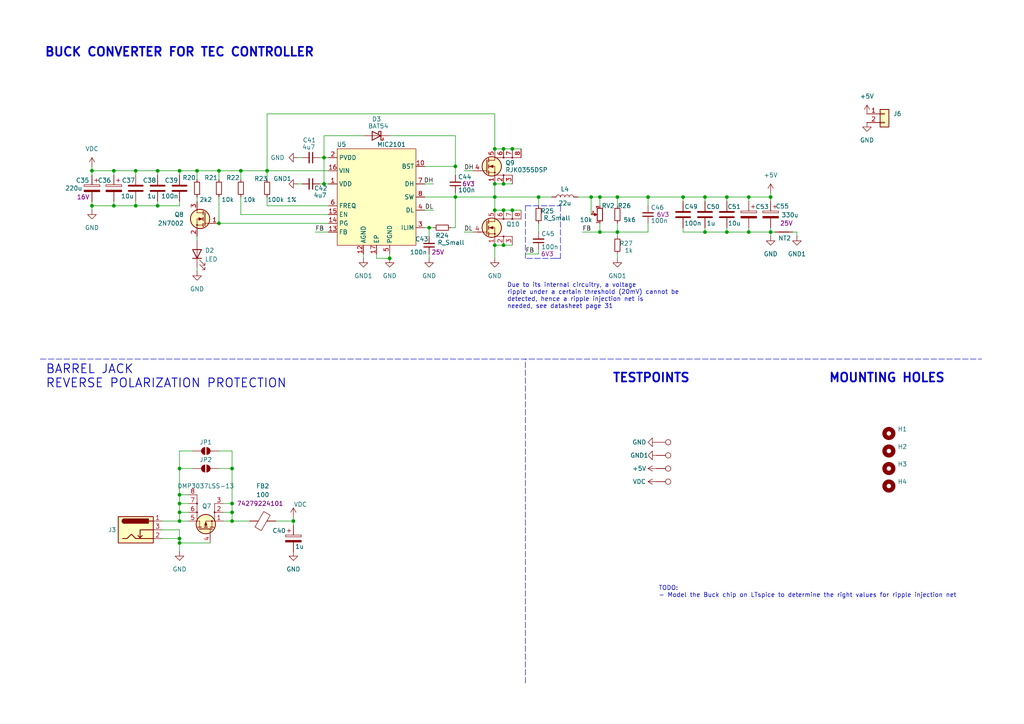
<source format=kicad_sch>
(kicad_sch (version 20241004) (generator "eeschema") (generator_version "8.99")
  (paper "A4")
  (title_block (title "Laser Diode Driver") (date "2024-03-27") (comment 1 "Mirco Tollardo"))
  (lib_symbols
    (symbol "Connector:Barrel_Jack_Switch" (pin_names (hide yes))
      (property "Reference" "J" (at 0 5.334 0))
      (property "Value" "Barrel_Jack_Switch" (at 0 -5.08 0))
      (symbol "Barrel_Jack_Switch_1_1"
        (pin passive line (at 7.62 2.54 180) (length 2.54) (name "~") (number "1"))
        (pin passive line (at 7.62 0 180) (length 2.54) (name "~") (number "3"))
        (pin passive line (at 7.62 -2.54 180) (length 2.54) (name "~") (number "2"))
      )
    )
    (symbol "Connector:TestPoint" (pin_numbers (hide yes)) (pin_names (offset 0.762) (hide yes))
      (property "Reference" "TP" (at 0 6.858 0))
      (property "Value" "TestPoint" (at 0 5.08 0))
      (symbol "TestPoint_1_1"
        (pin passive line (at 0 0 90) (length 2.54) (name "1") (number "1"))
      )
    )
    (symbol "Connector_Generic:Conn_01x02" (pin_names (offset 1.016) (hide yes))
      (property "Reference" "J" (at 0 2.54 0))
      (property "Value" "Conn_01x02" (at 0 -5.08 0))
      (symbol "Conn_01x02_1_1"
        (pin passive line (at -5.08 0 0) (length 3.81) (name "Pin_1") (number "1"))
        (pin passive line (at -5.08 -2.54 0) (length 3.81) (name "Pin_2") (number "2"))
      )
    )
    (symbol "Device:C" (pin_numbers (hide yes)) (pin_names (offset 0.254))
      (property "Reference" "C" (at 0.635 2.54 0))
      (property "Value" "C" (at 0.635 -2.54 0))
      (symbol "C_1_1"
        (pin passive line (at 0 3.81 270) (length 2.794) (name "~") (number "1"))
        (pin passive line (at 0 -3.81 90) (length 2.794) (name "~") (number "2"))
      )
    )
    (symbol "Device:C_Polarized" (pin_numbers (hide yes)) (pin_names (offset 0.254))
      (property "Reference" "C" (at 0.635 2.54 0))
      (property "Value" "C_Polarized" (at 0.635 -2.54 0))
      (symbol "C_Polarized_1_1"
        (pin passive line (at 0 3.81 270) (length 2.794) (name "~") (number "1"))
        (pin passive line (at 0 -3.81 90) (length 2.794) (name "~") (number "2"))
      )
    )
    (symbol "Device:C_Small" (pin_numbers (hide yes)) (pin_names (offset 0.254) (hide yes))
      (property "Reference" "C" (at 0.254 1.778 0))
      (property "Value" "C_Small" (at 0.254 -2.032 0))
      (symbol "C_Small_1_1"
        (pin passive line (at 0 2.54 270) (length 2.032) (name "~") (number "1"))
        (pin passive line (at 0 -2.54 90) (length 2.032) (name "~") (number "2"))
      )
    )
    (symbol "Device:D_Schottky" (pin_numbers (hide yes)) (pin_names (offset 1.016) (hide yes))
      (property "Reference" "D" (at 0 2.54 0))
      (property "Value" "D_Schottky" (at 0 -2.54 0))
      (symbol "D_Schottky_1_1"
        (pin passive line (at -3.81 0 0) (length 2.54) (name "K") (number "1"))
        (pin passive line (at 3.81 0 180) (length 2.54) (name "A") (number "2"))
      )
    )
    (symbol "Device:FerriteBead" (pin_numbers (hide yes)) (pin_names (offset 0))
      (property "Reference" "FB" (at -3.81 0.635 90))
      (property "Value" "FerriteBead" (at 3.81 0 90))
      (symbol "FerriteBead_1_1"
        (pin passive line (at 0 3.81 270) (length 2.54) (name "~") (number "1"))
        (pin passive line (at 0 -3.81 90) (length 2.54) (name "~") (number "2"))
      )
    )
    (symbol "Device:L" (pin_numbers (hide yes)) (pin_names (offset 1.016) (hide yes))
      (property "Reference" "L" (at -1.27 0 90))
      (property "Value" "L" (at 1.905 0 90))
      (symbol "L_1_1"
        (pin passive line (at 0 3.81 270) (length 1.27) (name "1") (number "1"))
        (pin passive line (at 0 -3.81 90) (length 1.27) (name "2") (number "2"))
      )
    )
    (symbol "Device:LED" (pin_numbers (hide yes)) (pin_names (offset 1.016) (hide yes))
      (property "Reference" "D" (at 0 2.54 0))
      (property "Value" "LED" (at 0 -2.54 0))
      (symbol "LED_1_1"
        (pin passive line (at -3.81 0 0) (length 2.54) (name "K") (number "1"))
        (pin passive line (at 3.81 0 180) (length 2.54) (name "A") (number "2"))
      )
    )
    (symbol "Device:NetTie_2" (pin_numbers (hide yes)) (pin_names (offset 0) (hide yes)) (in_bom no)
      (property "Reference" "NT" (at 0 1.27 0))
      (property "Value" "NetTie_2" (at 0 -1.27 0))
      (symbol "NetTie_2_1_1"
        (pin passive line (at -2.54 0 0) (length 2.54) (name "1") (number "1"))
        (pin passive line (at 2.54 0 180) (length 2.54) (name "2") (number "2"))
      )
    )
    (symbol "Device:R_Potentiometer_Small" (pin_names (offset 1.016) (hide yes))
      (property "Reference" "RV" (at -4.445 0 90))
      (property "Value" "R_Potentiometer_Small" (at -2.54 0 90))
      (symbol "R_Potentiometer_Small_1_1"
        (pin passive line (at 0 2.54 270) (length 0.635) (name "1") (number "1"))
        (pin passive line (at 0 -2.54 90) (length 0.635) (name "3") (number "3"))
        (pin passive line (at 2.54 0 180) (length 0.9906) (name "2") (number "2"))
      )
    )
    (symbol "Device:R_Small" (pin_numbers (hide yes)) (pin_names (offset 0.254) (hide yes))
      (property "Reference" "R" (at 0.762 0.508 0))
      (property "Value" "R_Small" (at 0.762 -1.016 0))
      (symbol "R_Small_1_1"
        (pin passive line (at 0 2.54 270) (length 0.762) (name "~") (number "1"))
        (pin passive line (at 0 -2.54 90) (length 0.762) (name "~") (number "2"))
      )
    )
    (symbol "Jumper:SolderJumper_2_Open" (pin_numbers (hide yes)) (pin_names (offset 0) (hide yes)) (exclude_from_sim yes) (in_bom no)
      (property "Reference" "JP" (at 0 2.032 0))
      (property "Value" "SolderJumper_2_Open" (at 0 -2.54 0))
      (symbol "SolderJumper_2_Open_1_1"
        (pin passive line (at -3.81 0 0) (length 2.54) (name "A") (number "1"))
        (pin passive line (at 3.81 0 180) (length 2.54) (name "B") (number "2"))
      )
    )
    (symbol "Mechanical:MountingHole" (pin_names (offset 1.016)) (exclude_from_sim yes) (in_bom no)
      (property "Reference" "H" (at 0 5.08 0))
      (property "Value" "MountingHole" (at 0 3.175 0))
    )
    (symbol "PCM_Transistor_MOSFET_AKL:2N7002" (pin_names (hide yes))
      (property "Reference" "Q" (at 5.08 1.27 0))
      (property "Value" "2N7002" (at 5.08 -1.27 0))
      (symbol "2N7002_1_1"
        (pin input line (at -3.81 -1.27 0) (length 2.54) (name "G") (number "1"))
        (pin passive line (at 2.54 5.08 270) (length 2.54) (name "D") (number "3"))
        (pin passive line (at 2.54 -5.08 90) (length 2.54) (name "S") (number "2"))
      )
    )
    (symbol "PCM_Transistor_MOSFET_AKL:DMP3036SSS" (pin_names (hide yes))
      (property "Reference" "Q" (at 5.08 1.27 0))
      (property "Value" "DMP3036SSS" (at 5.08 -1.27 0))
      (symbol "DMP3036SSS_1_1"
        (pin input line (at -3.81 1.27 0) (length 2.54) (name "G") (number "4"))
        (pin passive line (at 2.54 5.08 270) (length 2.54) (name "S") (number "1"))
        (pin passive line (at 2.54 -5.08 90) (length 2.54) (name "D") (number "5"))
        (pin passive line (at 5.08 5.08 270) (length 2.54) (name "S") (number "2"))
        (pin passive line (at 5.08 -5.08 90) (length 2.54) (name "D") (number "6"))
        (pin passive line (at 7.62 5.08 270) (length 2.54) (name "S") (number "3"))
        (pin passive line (at 7.62 -5.08 90) (length 2.54) (name "D") (number "7"))
        (pin passive line (at 10.16 -5.08 90) (length 2.54) (name "D") (number "8"))
      )
    )
    (symbol "PCM_Transistor_MOSFET_AKL:Q_NMOS-E_Generic_SSSGDDDD" (pin_names (hide yes))
      (property "Reference" "Q" (at 5.08 1.27 0))
      (property "Value" "Q_NMOS-E_Generic_SSSGDDDD" (at 5.08 -1.27 0))
      (symbol "Q_NMOS-E_Generic_SSSGDDDD_1_1"
        (pin input line (at -3.81 -1.27 0) (length 2.54) (name "G") (number "4"))
        (pin passive line (at 2.54 5.08 270) (length 2.54) (name "D") (number "5"))
        (pin passive line (at 2.54 -5.08 90) (length 2.54) (name "S") (number "1"))
        (pin passive line (at 5.08 5.08 270) (length 2.54) (name "D") (number "6"))
        (pin passive line (at 5.08 -5.08 90) (length 2.54) (name "S") (number "2"))
        (pin passive line (at 7.62 5.08 270) (length 2.54) (name "D") (number "7"))
        (pin passive line (at 7.62 -5.08 90) (length 2.54) (name "S") (number "3"))
        (pin passive line (at 10.16 5.08 270) (length 2.54) (name "D") (number "8"))
      )
    )
    (symbol "power:+5V" (power) (pin_numbers (hide yes)) (pin_names (offset 0) (hide yes))
      (property "Value" "+5V" (at 0 3.556 0))
      (symbol "+5V_1_1"
        (pin power_in line (at 0 0 90) (length 0) (name "~") (number "1"))
      )
    )
    (symbol "power:GND" (power) (pin_numbers (hide yes)) (pin_names (offset 0) (hide yes))
      (property "Value" "GND" (at 0 -3.81 0))
      (symbol "GND_1_1"
        (pin power_in line (at 0 0 270) (length 0) (name "~") (number "1"))
      )
    )
    (symbol "power:GND1" (power) (pin_numbers (hide yes)) (pin_names (offset 0) (hide yes))
      (property "Value" "GND1" (at 0 -3.81 0))
      (symbol "GND1_1_1"
        (pin power_in line (at 0 0 270) (length 0) (name "~") (number "1"))
      )
    )
    (symbol "power:VDC" (power) (pin_numbers (hide yes)) (pin_names (offset 0) (hide yes))
      (property "Value" "VDC" (at 0 3.556 0))
      (symbol "VDC_1_1"
        (pin power_in line (at 0 0 90) (length 0) (name "~") (number "1"))
      )
    )
    (symbol "symbols:MIC2101"
      (property "Reference" "U" (at -7.112 13.97 0))
      (property "Value" "MIC2101" (at 0.762 13.97 0))
      (symbol "MIC2101_1_1"
        (pin power_in line (at -13.97 8.89 0) (length 2.54) (name "PVDD") (number "2"))
        (pin power_in line (at -13.97 5.08 0) (length 2.54) (name "VIN") (number "16"))
        (pin power_in line (at -13.97 1.27 0) (length 2.54) (name "VDD") (number "1"))
        (pin passive line (at -13.97 -5.08 0) (length 2.54) (name "FREQ") (number "6"))
        (pin input line (at -13.97 -7.62 0) (length 2.54) (name "EN") (number "15"))
        (pin passive line (at -13.97 -10.16 0) (length 2.54) (name "PG") (number "14"))
        (pin input line (at -13.97 -12.7 0) (length 2.54) (name "FB") (number "13"))
        (pin power_in line (at -3.81 -19.05 90) (length 2.54) (name "AGND") (number "12"))
        (pin power_in line (at 0 -19.05 90) (length 2.54) (name "EP") (number "17"))
        (pin power_out line (at 3.81 -19.05 90) (length 2.54) (name "PGND") (number "5"))
        (pin no_connect line (at 6.35 -15.24 90) (length 2.54) (hide yes) (name "NC") (number "11"))
        (pin no_connect line (at 6.35 -15.24 90) (length 2.54) (hide yes) (name "NC") (number "9"))
        (pin power_in line (at 13.97 6.35 180) (length 2.54) (name "BST") (number "10"))
        (pin output line (at 13.97 1.27 180) (length 2.54) (name "DH") (number "7"))
        (pin power_out line (at 13.97 -2.54 180) (length 2.54) (name "SW") (number "8"))
        (pin output line (at 13.97 -6.35 180) (length 2.54) (name "DL") (number "4"))
        (pin passive line (at 13.97 -11.43 180) (length 2.54) (name "ILIM") (number "3"))
      )
    )
  )
  (text "TODO:\n- Model the Buck chip on LTspice to determine the right values for ripple injection net" (at 191.008 171.704 0) (effects (font (size 1.27 1.27)) (justify left)))
  (text "BARREL JACK\nREVERSE POLARIZATION PROTECTION" (at 13.208 109.22 0) (effects (font (size 2.54 2.54) (thickness 0.254) (bold yes)) (justify left)))
  (text "TESTPOINTS" (at 177.546 109.728 0) (effects (font (size 2.54 2.54) (bold yes)) (justify left)))
  (text "MOUNTING HOLES" (at 240.284 109.728 0) (effects (font (size 2.54 2.54) (bold yes)) (justify left)))
  (text "BUCK CONVERTER FOR TEC CONTROLLER" (at 52.07 15.24 0) (effects (font (size 2.54 2.54) (thickness 0.508) (bold yes))))
  (text "Due to its internal circuitry, a voltage\nripple under a certain threshold (20mV) cannot be\ndetected, hence a ripple injection net is \nneeded, see datasheet page 31" (at 147.066 85.852 0) (effects (font (size 1.27 1.27)) (justify left)))
  (junction (at 26.67 49.53))
  (junction (at 146.05 43.18))
  (junction (at 198.12 57.15))
  (junction (at 132.08 48.26))
  (junction (at 39.37 59.69))
  (junction (at 93.98 45.72))
  (junction (at 63.5 49.53))
  (junction (at 67.31 146.05))
  (junction (at 52.07 49.53))
  (junction (at 45.72 49.53))
  (junction (at 217.17 67.31))
  (junction (at 173.99 57.15))
  (junction (at 52.07 156.21))
  (junction (at 148.59 60.96))
  (junction (at 217.17 57.15))
  (junction (at 124.46 66.04))
  (junction (at 148.59 43.18))
  (junction (at 146.05 53.34))
  (junction (at 143.51 43.18))
  (junction (at 143.51 60.96))
  (junction (at 67.31 135.89))
  (junction (at 204.47 57.15))
  (junction (at 52.07 135.89))
  (junction (at 210.82 67.31))
  (junction (at 113.03 74.93))
  (junction (at 143.51 71.12))
  (junction (at 85.09 151.13))
  (junction (at 146.05 71.12))
  (junction (at 52.07 151.13))
  (junction (at 57.15 49.53))
  (junction (at 132.08 57.15))
  (junction (at 223.52 67.31))
  (junction (at 26.67 59.69))
  (junction (at 52.07 157.48))
  (junction (at 63.5 64.77))
  (junction (at 179.07 57.15))
  (junction (at 179.07 67.31))
  (junction (at 67.31 148.59))
  (junction (at 77.47 49.53))
  (junction (at 69.85 49.53))
  (junction (at 143.51 57.15))
  (junction (at 146.05 60.96))
  (junction (at 52.07 143.51))
  (junction (at 210.82 57.15))
  (junction (at 143.51 53.34))
  (junction (at 52.07 146.05))
  (junction (at 204.47 67.31))
  (junction (at 187.96 57.15))
  (junction (at 223.52 57.15))
  (junction (at 33.02 49.53))
  (junction (at 93.98 53.34))
  (junction (at 67.31 151.13))
  (junction (at 156.21 57.15))
  (junction (at 33.02 59.69))
  (junction (at 171.45 57.15))
  (junction (at 45.72 59.69))
  (junction (at 173.99 67.31))
  (junction (at 52.07 148.59))
  (junction (at 39.37 49.53))
  (wire (pts (xy 143.51 53.34) (xy 146.05 53.34)))
  (wire (pts (xy 52.07 59.69) (xy 52.07 58.42)))
  (wire (pts (xy 45.72 58.42) (xy 45.72 59.69)))
  (wire (pts (xy 55.88 130.81) (xy 52.07 130.81)))
  (wire (pts (xy 57.15 69.85) (xy 57.15 68.58)))
  (wire (pts (xy 63.5 57.15) (xy 63.5 64.77)))
  (wire (pts (xy 204.47 66.04) (xy 204.47 67.31)))
  (wire (pts (xy 69.85 57.15) (xy 69.85 62.23)))
  (wire (pts (xy 146.05 60.96) (xy 148.59 60.96)))
  (wire (pts (xy 132.08 66.04) (xy 132.08 57.15)))
  (wire (pts (xy 156.21 57.15) (xy 156.21 59.69)))
  (wire (pts (xy 63.5 49.53) (xy 63.5 52.07)))
  (wire (pts (xy 137.16 67.31) (xy 134.62 67.31)))
  (wire (pts (xy 198.12 57.15) (xy 198.12 58.42)))
  (wire (pts (xy 179.07 73.66) (xy 179.07 74.93)))
  (wire (pts (xy 231.14 68.58) (xy 231.14 67.31)))
  (wire (pts (xy 57.15 57.15) (xy 57.15 58.42)))
  (wire (pts (xy 123.19 60.96) (xy 125.73 60.96)))
  (wire (pts (xy 52.07 49.53) (xy 57.15 49.53)))
  (wire (pts (xy 67.31 146.05) (xy 67.31 148.59)))
  (wire (pts (xy 45.72 59.69) (xy 52.07 59.69)))
  (wire (pts (xy 52.07 135.89) (xy 55.88 135.89)))
  (wire (pts (xy 46.99 156.21) (xy 52.07 156.21)))
  (wire (pts (xy 45.72 49.53) (xy 45.72 50.8)))
  (wire (pts (xy 187.96 64.77) (xy 187.96 67.31)))
  (wire (pts (xy 26.67 58.42) (xy 26.67 59.69)))
  (wire (pts (xy 57.15 49.53) (xy 63.5 49.53)))
  (wire (pts (xy 52.07 135.89) (xy 52.07 143.51)))
  (wire (pts (xy 67.31 151.13) (xy 72.39 151.13)))
  (wire (pts (xy 46.99 153.67) (xy 52.07 153.67)))
  (wire (pts (xy 171.45 57.15) (xy 173.99 57.15)))
  (wire (pts (xy 52.07 157.48) (xy 60.96 157.48)))
  (wire (pts (xy 156.21 73.66) (xy 156.21 72.39)))
  (wire (pts (xy 173.99 57.15) (xy 179.07 57.15)))
  (wire (pts (xy 39.37 58.42) (xy 39.37 59.69)))
  (wire (pts (xy 26.67 49.53) (xy 26.67 50.8)))
  (wire (pts (xy 132.08 57.15) (xy 143.51 57.15)))
  (wire (pts (xy 92.71 45.72) (xy 93.98 45.72)))
  (wire (pts (xy 85.09 151.13) (xy 85.09 152.4)))
  (wire (pts (xy 143.51 57.15) (xy 156.21 57.15)))
  (wire (pts (xy 105.41 74.93) (xy 105.41 73.66)))
  (wire (pts (xy 26.67 60.96) (xy 26.67 59.69)))
  (wire (pts (xy 143.51 43.18) (xy 146.05 43.18)))
  (polyline (pts (xy 152.4 59.69) (xy 162.56 59.69)) (stroke (width 0) (type dash)))
  (wire (pts (xy 52.07 146.05) (xy 54.61 146.05)))
  (wire (pts (xy 217.17 57.15) (xy 223.52 57.15)))
  (wire (pts (xy 33.02 49.53) (xy 33.02 50.8)))
  (wire (pts (xy 137.16 49.53) (xy 134.62 49.53)))
  (wire (pts (xy 173.99 57.15) (xy 173.99 59.69)))
  (wire (pts (xy 179.07 57.15) (xy 187.96 57.15)))
  (wire (pts (xy 77.47 33.02) (xy 77.47 49.53)))
  (wire (pts (xy 198.12 66.04) (xy 198.12 67.31)))
  (polyline (pts (xy 161.29 74.93) (xy 152.4 74.93)) (stroke (width 0) (type dash)))
  (wire (pts (xy 26.67 59.69) (xy 33.02 59.69)))
  (wire (pts (xy 123.19 57.15) (xy 132.08 57.15)))
  (wire (pts (xy 171.45 62.23) (xy 171.45 57.15)))
  (wire (pts (xy 143.51 57.15) (xy 143.51 60.96)))
  (wire (pts (xy 77.47 33.02) (xy 143.51 33.02)))
  (wire (pts (xy 46.99 151.13) (xy 52.07 151.13)))
  (wire (pts (xy 52.07 146.05) (xy 52.07 148.59)))
  (wire (pts (xy 93.98 53.34) (xy 95.25 53.34)))
  (wire (pts (xy 86.36 53.34) (xy 87.63 53.34)))
  (wire (pts (xy 92.71 53.34) (xy 93.98 53.34)))
  (wire (pts (xy 93.98 39.37) (xy 93.98 45.72)))
  (wire (pts (xy 93.98 45.72) (xy 93.98 53.34)))
  (wire (pts (xy 210.82 57.15) (xy 210.82 58.42)))
  (wire (pts (xy 210.82 67.31) (xy 204.47 67.31)))
  (wire (pts (xy 187.96 57.15) (xy 198.12 57.15)))
  (polyline (pts (xy 152.4 74.93) (xy 152.4 59.69)) (stroke (width 0) (type dash)))
  (wire (pts (xy 146.05 71.12) (xy 148.59 71.12)))
  (wire (pts (xy 148.59 60.96) (xy 151.13 60.96)))
  (wire (pts (xy 132.08 39.37) (xy 132.08 48.26)))
  (wire (pts (xy 124.46 74.93) (xy 124.46 73.66)))
  (wire (pts (xy 179.07 64.77) (xy 179.07 67.31)))
  (wire (pts (xy 67.31 148.59) (xy 67.31 151.13)))
  (wire (pts (xy 143.51 33.02) (xy 143.51 43.18)))
  (wire (pts (xy 223.52 55.88) (xy 223.52 57.15)))
  (wire (pts (xy 123.19 48.26) (xy 132.08 48.26)))
  (wire (pts (xy 77.47 49.53) (xy 77.47 52.07)))
  (wire (pts (xy 39.37 49.53) (xy 39.37 50.8)))
  (wire (pts (xy 57.15 77.47) (xy 57.15 78.74)))
  (wire (pts (xy 39.37 49.53) (xy 45.72 49.53)))
  (polyline (pts (xy 11.684 104.14) (xy 284.734 104.14)) (stroke (width 0) (type dash)))
  (wire (pts (xy 80.01 151.13) (xy 85.09 151.13)))
  (wire (pts (xy 130.81 66.04) (xy 132.08 66.04)))
  (wire (pts (xy 156.21 64.77) (xy 156.21 67.31)))
  (polyline (pts (xy 161.29 74.93) (xy 162.56 74.93)) (stroke (width 0) (type dash)))
  (wire (pts (xy 85.09 149.86) (xy 85.09 151.13)))
  (wire (pts (xy 143.51 71.12) (xy 146.05 71.12)))
  (wire (pts (xy 113.03 39.37) (xy 132.08 39.37)))
  (wire (pts (xy 63.5 49.53) (xy 69.85 49.53)))
  (wire (pts (xy 168.91 67.31) (xy 173.99 67.31)))
  (wire (pts (xy 33.02 59.69) (xy 39.37 59.69)))
  (wire (pts (xy 123.19 66.04) (xy 124.46 66.04)))
  (wire (pts (xy 187.96 59.69) (xy 187.96 57.15)))
  (wire (pts (xy 26.67 48.26) (xy 26.67 49.53)))
  (wire (pts (xy 64.77 151.13) (xy 67.31 151.13)))
  (wire (pts (xy 63.5 130.81) (xy 67.31 130.81)))
  (wire (pts (xy 52.07 143.51) (xy 52.07 146.05)))
  (wire (pts (xy 52.07 143.51) (xy 54.61 143.51)))
  (wire (pts (xy 63.5 64.77) (xy 95.25 64.77)))
  (wire (pts (xy 33.02 58.42) (xy 33.02 59.69)))
  (wire (pts (xy 223.52 58.42) (xy 223.52 57.15)))
  (wire (pts (xy 217.17 66.04) (xy 217.17 67.31)))
  (wire (pts (xy 52.07 130.81) (xy 52.07 135.89)))
  (wire (pts (xy 210.82 66.04) (xy 210.82 67.31)))
  (wire (pts (xy 109.22 74.93) (xy 109.22 73.66)))
  (wire (pts (xy 113.03 74.93) (xy 109.22 74.93)))
  (wire (pts (xy 198.12 57.15) (xy 204.47 57.15)))
  (wire (pts (xy 39.37 59.69) (xy 45.72 59.69)))
  (wire (pts (xy 77.47 59.69) (xy 77.47 57.15)))
  (wire (pts (xy 52.07 156.21) (xy 52.07 157.48)))
  (wire (pts (xy 77.47 59.69) (xy 95.25 59.69)))
  (wire (pts (xy 124.46 66.04) (xy 124.46 68.58)))
  (wire (pts (xy 123.19 53.34) (xy 125.73 53.34)))
  (wire (pts (xy 52.07 49.53) (xy 52.07 50.8)))
  (polyline (pts (xy 162.56 59.69) (xy 162.56 74.93)) (stroke (width 0) (type dash)))
  (wire (pts (xy 45.72 49.53) (xy 52.07 49.53)))
  (wire (pts (xy 204.47 57.15) (xy 204.47 58.42)))
  (wire (pts (xy 223.52 67.31) (xy 223.52 68.58)))
  (wire (pts (xy 223.52 66.04) (xy 223.52 67.31)))
  (wire (pts (xy 33.02 49.53) (xy 39.37 49.53)))
  (wire (pts (xy 52.07 148.59) (xy 54.61 148.59)))
  (wire (pts (xy 217.17 67.31) (xy 223.52 67.31)))
  (wire (pts (xy 105.41 39.37) (xy 93.98 39.37)))
  (wire (pts (xy 86.36 45.72) (xy 87.63 45.72)))
  (wire (pts (xy 143.51 53.34) (xy 143.51 57.15)))
  (wire (pts (xy 146.05 53.34) (xy 148.59 53.34)))
  (wire (pts (xy 64.77 148.59) (xy 67.31 148.59)))
  (wire (pts (xy 26.67 49.53) (xy 33.02 49.53)))
  (wire (pts (xy 179.07 57.15) (xy 179.07 59.69)))
  (wire (pts (xy 124.46 66.04) (xy 125.73 66.04)))
  (wire (pts (xy 69.85 49.53) (xy 77.47 49.53)))
  (wire (pts (xy 204.47 57.15) (xy 210.82 57.15)))
  (wire (pts (xy 64.77 146.05) (xy 67.31 146.05)))
  (wire (pts (xy 143.51 60.96) (xy 146.05 60.96)))
  (wire (pts (xy 77.47 49.53) (xy 95.25 49.53)))
  (wire (pts (xy 52.07 153.67) (xy 52.07 156.21)))
  (wire (pts (xy 173.99 64.77) (xy 173.99 67.31)))
  (polyline (pts (xy 152.4 198.12) (xy 152.4 104.14)) (stroke (width 0) (type dash)))
  (wire (pts (xy 67.31 135.89) (xy 67.31 146.05)))
  (wire (pts (xy 156.21 57.15) (xy 160.02 57.15)))
  (wire (pts (xy 52.07 148.59) (xy 52.07 151.13)))
  (wire (pts (xy 217.17 67.31) (xy 210.82 67.31)))
  (wire (pts (xy 67.31 130.81) (xy 67.31 135.89)))
  (wire (pts (xy 52.07 151.13) (xy 54.61 151.13)))
  (wire (pts (xy 231.14 67.31) (xy 229.87 67.31)))
  (wire (pts (xy 223.52 67.31) (xy 224.79 67.31)))
  (wire (pts (xy 132.08 50.8) (xy 132.08 48.26)))
  (wire (pts (xy 217.17 57.15) (xy 217.17 58.42)))
  (wire (pts (xy 69.85 62.23) (xy 95.25 62.23)))
  (wire (pts (xy 91.44 67.31) (xy 95.25 67.31)))
  (wire (pts (xy 57.15 49.53) (xy 57.15 52.07)))
  (wire (pts (xy 95.25 45.72) (xy 93.98 45.72)))
  (wire (pts (xy 146.05 43.18) (xy 148.59 43.18)))
  (wire (pts (xy 52.07 157.48) (xy 52.07 160.02)))
  (wire (pts (xy 187.96 67.31) (xy 179.07 67.31)))
  (wire (pts (xy 63.5 135.89) (xy 67.31 135.89)))
  (wire (pts (xy 204.47 67.31) (xy 198.12 67.31)))
  (wire (pts (xy 179.07 67.31) (xy 179.07 68.58)))
  (wire (pts (xy 132.08 55.88) (xy 132.08 57.15)))
  (wire (pts (xy 148.59 43.18) (xy 151.13 43.18)))
  (wire (pts (xy 69.85 49.53) (xy 69.85 52.07)))
  (wire (pts (xy 152.4 73.66) (xy 156.21 73.66)))
  (wire (pts (xy 113.03 74.93) (xy 113.03 73.66)))
  (wire (pts (xy 210.82 57.15) (xy 217.17 57.15)))
  (wire (pts (xy 143.51 71.12) (xy 143.51 74.93)))
  (wire (pts (xy 167.64 57.15) (xy 171.45 57.15)))
  (wire (pts (xy 173.99 67.31) (xy 179.07 67.31)))
  (label "FB" (at 152.4 73.66 0))
  (label "DL" (at 125.73 60.96 180))
  (label "DH" (at 134.62 49.53 0))
  (label "DH" (at 125.73 53.34 180))
  (label "DL" (at 134.62 67.31 0))
  (label "FB" (at 168.91 67.31 0))
  (label "FB" (at 91.44 67.31 0))
  (symbol (lib_id "Device:C_Small") (at 132.08 53.34 180) (unit 1)
    (property "Reference" "C44" (at 132.842 51.308 0) (effects (justify right)))
    (property "Value" "100n" (at 132.842 55.118 0) (effects (justify right)))
    (property "Footprint" "Capacitor_SMD:C_0603_1608Metric" (effects (hide yes)))
    (property "Description" "Unpolarized capacitor, small symbol" (effects (hide yes)))
    (property "Voltage Rating" "6V3" (at 135.89 53.34 0))
    (property "PN" " CL10B104KB8NNND " (effects (hide yes)))
    (property "Store Link" "https://www.mouser.it/ProductDetail/Samsung-Electro-Mechanics/CL10B104KB8NNND?qs=349EhDEZ59pgcFJT%2FYAROA%3D%3D" (effects (hide yes)))
  )
  (symbol (lib_id "Device:C") (at 198.12 62.23 0) (mirror y) (unit 1)
    (property "Reference" "C49" (at 202.438 59.944 0) (effects (justify left)))
    (property "Value" "100n" (at 203.454 64.77 0) (effects (justify left)))
    (property "Footprint" "Capacitor_SMD:C_0805_2012Metric" (effects (hide yes)))
    (property "Description" "Unpolarized capacitor" (effects (hide yes)))
    (property "Voltage Rating" "25V" (effects (hide yes)))
    (property "Store Link" "https://www.mouser.it/ProductDetail/Samsung-Electro-Mechanics/CL21F104ZBANNNC?qs=X6jEic%2FHinD8qPH2gRTTkg%3D%3D" (effects (hide yes)))
    (property "PN" "CL21F104ZBANNNC " (effects (hide yes)))
  )
  (symbol (lib_id "power:VDC") (at 190.5 139.7 90) (unit 1)
    (property "Reference" "#PWR057" (effects (hide yes)))
    (property "Value" "VDC" (at 185.42 139.7 90))
    (property "Description" "Power symbol creates a global label with name \"VDC\"" (effects (hide yes)))
  )
  (symbol (lib_id "power:GND1") (at 86.36 53.34 270) (unit 1)
    (property "Reference" "#PWR051" (effects (hide yes)))
    (property "Value" "GND1" (at 84.582 51.816 90) (effects (justify right)))
    (property "Description" "Power symbol creates a global label with name \"GND1\" , ground" (effects (hide yes)))
  )
  (symbol (lib_id "power:GND1") (at 190.5 132.08 270) (unit 1)
    (property "Reference" "#PWR055" (effects (hide yes)))
    (property "Value" "GND1" (at 185.42 132.08 90))
    (property "Description" "Power symbol creates a global label with name \"GND1\" , ground" (effects (hide yes)))
  )
  (symbol (lib_id "Device:C") (at 39.37 54.61 0) (unit 1)
    (property "Reference" "C37" (at 35.306 52.324 0) (effects (justify left)))
    (property "Value" "10u" (at 35.052 56.896 0) (effects (justify left)))
    (property "Footprint" "Capacitor_SMD:C_0805_2012Metric" (effects (hide yes)))
    (property "Description" "Unpolarized capacitor" (effects (hide yes)))
    (property "Voltage Rating" "25V" (effects (hide yes)))
    (property "PN" " TMK212BBJ106MG-T " (effects (hide yes)))
    (property "Store Link" "https://www.mouser.it/ProductDetail/TAIYO-YUDEN/TMK212BBJ106MG-T?qs=lkMpTOwszhd%2F%252Bg1AlFV9dw%3D%3D" (effects (hide yes)))
  )
  (symbol (lib_id "PCM_Transistor_MOSFET_AKL:Q_NMOS-E_Generic_SSSGDDDD") (at 140.97 48.26 0) (unit 1)
    (property "Reference" "Q9" (at 146.558 47.244 0) (effects (justify left)))
    (property "Value" "RJK0355DSP" (at 146.558 49.276 0) (effects (justify left)))
    (property "Footprint" "Package_SO:SOP-8_3.9x4.9mm_P1.27mm" (effects (hide yes)))
    (property "Datasheet" "https://www.mouser.it/datasheet/2/698/REN_rej03g1650_rjk0355dspds_DST_20080424-3247231.pdf" (effects (hide yes)))
    (property "Description" "N-MOSFET enchancement mode transistor, generic symbol, Alternate KiCAD Library" (effects (hide yes)))
    (property "Store Link" "https://www.mouser.it/ProductDetail/Renesas-Electronics/RJK0355DSP-00J0?qs=ZVKuL1Ob8AsOeHAZ3bvOkA%3D%3D" (effects (hide yes)))
    (property "PN" "RJK0355DSP" (effects (hide yes)))
  )
  (symbol (lib_id "Mechanical:MountingHole") (at 257.81 130.81 0) (unit 1) (in_bom no)
    (property "Reference" "H2" (at 260.35 129.5399 0) (effects (justify left)))
    (property "Value" "MountingHole" (effects (hide yes)))
    (property "Footprint" "MountingHole:MountingHole_3.2mm_M3_ISO7380" (effects (hide yes)))
    (property "Description" "Mounting Hole without connection" (effects (hide yes)))
  )
  (symbol (lib_id "Device:C") (at 45.72 54.61 0) (unit 1)
    (property "Reference" "C38" (at 41.402 52.324 0) (effects (justify left)))
    (property "Value" "1u" (at 42.672 56.896 0) (effects (justify left)))
    (property "Footprint" "Capacitor_SMD:C_0805_2012Metric" (effects (hide yes)))
    (property "Description" "Unpolarized capacitor" (effects (hide yes)))
    (property "Voltage Rating" "25V" (effects (hide yes)))
    (property "Store Link" "https://www.mouser.it/ProductDetail/Wurth-Elektronik/885012207078?qs=0KOYDY2FL2%252BPiA0twQIXxQ%3D%3D" (effects (hide yes)))
    (property "PN" "885012207078 " (effects (hide yes)))
  )
  (symbol (lib_id "Device:C_Polarized") (at 217.17 62.23 0) (mirror y) (unit 1)
    (property "Reference" "C53" (at 223.012 59.944 0) (effects (justify left)))
    (property "Value" "330u" (effects (hide yes)))
    (property "Footprint" "Capacitor_SMD:CP_Elec_8x10.5" (effects (hide yes)))
    (property "Description" "Polarized capacitor" (effects (hide yes)))
    (property "Voltage Rating" "25V" (effects (hide yes)))
    (property "Store Link" "https://www.mouser.it/ProductDetail/KEMET/EEV337M025S9MAA?qs=E9QF1UCAUX7qXVZn7Vw13Q%3D%3D" (effects (hide yes)))
    (property "PN" "EEV337M025S9MAA" (effects (hide yes)))
  )
  (symbol (lib_id "Device:R_Small") (at 179.07 71.12 0) (mirror x) (unit 1)
    (property "Reference" "R27" (at 181.61 70.612 0))
    (property "Value" "1k" (at 182.372 72.644 0))
    (property "Footprint" "Resistor_SMD:R_0603_1608Metric" (effects (hide yes)))
    (property "Description" "Resistor, small symbol" (effects (hide yes)))
    (property "PN" " RC0603FR-7W1KL " (effects (hide yes)))
    (property "Store Link" "https://www.mouser.it/ProductDetail/YAGEO/RC0603FR-7W1KL?qs=tggtontpCXMvQ%2FyOJmz2GQ%3D%3D" (effects (hide yes)))
  )
  (symbol (lib_id "power:GND") (at 85.09 160.02 0) (unit 1)
    (property "Reference" "#PWR049" (effects (hide yes)))
    (property "Value" "GND" (at 85.09 165.1 0))
    (property "Description" "Power symbol creates a global label with name \"GND\" , ground" (effects (hide yes)))
  )
  (symbol (lib_id "Device:C_Polarized") (at 223.52 62.23 0) (mirror y) (unit 1)
    (property "Reference" "C55" (at 228.854 59.8169 0) (effects (justify left)))
    (property "Value" "330u" (at 231.648 62.3569 0) (effects (justify left)))
    (property "Footprint" "Capacitor_SMD:CP_Elec_8x10.5" (effects (hide yes)))
    (property "Description" "Polarized capacitor" (effects (hide yes)))
    (property "Voltage Rating" "25V" (at 228.092 64.77 0))
    (property "PN" "EEV337M025S9MAA" (effects (hide yes)))
    (property "Store Link" "https://www.mouser.it/ProductDetail/KEMET/EEV337M025S9MAA?qs=E9QF1UCAUX7qXVZn7Vw13Q%3D%3D" (effects (hide yes)))
  )
  (symbol (lib_id "Connector:TestPoint") (at 190.5 132.08 270) (unit 1) (in_bom no)
    (property "Reference" "TP13" (effects (hide yes)))
    (property "Value" "TestPoint" (effects (hide yes)))
    (property "Footprint" "TestPoint:TestPoint_Pad_1.0x1.0mm" (effects (hide yes)))
    (property "Description" "test point" (effects (hide yes)))
  )
  (symbol (lib_id "Connector_Generic:Conn_01x02") (at 256.54 33.02 0) (unit 1) (in_bom no)
    (property "Reference" "J6" (at 259.08 33.0199 0) (effects (justify left)))
    (property "Value" "5V EXT" (effects (hide yes)))
    (property "Footprint" "Connector_JST:JST_XH_B2B-XH-AM_1x02_P2.50mm_Vertical" (effects (hide yes)))
    (property "Description" "Generic connector, single row, 01x02, script generated (kicad-library-utils/schlib/autogen/connector/)" (effects (hide yes)))
  )
  (symbol (lib_id "Device:C_Polarized") (at 33.02 54.61 0) (mirror y) (unit 1)
    (property "Reference" "C36" (at 32.258 52.324 0) (effects (justify left)))
    (property "Value" "220u" (effects (hide yes)))
    (property "Footprint" "Capacitor_SMD:CP_Elec_8x10.5" (effects (hide yes)))
    (property "Description" "Polarized capacitor" (effects (hide yes)))
    (property "Voltage Rating" "16V" (effects (hide yes)))
    (property "PN" "EDK227M025A9MAA" (effects (hide yes)))
    (property "Store Link" "https://www.mouser.it/ProductDetail/KEMET/EDK227M025A9MAA?qs=yID0DEbBT%252Bm%2F7VW9YTJGzQ%3D%3D" (effects (hide yes)))
  )
  (symbol (lib_id "Device:C_Small") (at 90.17 45.72 270) (unit 1)
    (property "Reference" "C41" (at 91.694 40.64 90) (effects (justify right)))
    (property "Value" "4u7" (at 91.44 42.672 90) (effects (justify right)))
    (property "Footprint" "Capacitor_SMD:C_0603_1608Metric" (effects (hide yes)))
    (property "Description" "Unpolarized capacitor, small symbol" (effects (hide yes)))
    (property "Voltage Rating" "16V" (effects (hide yes)))
    (property "PN" " C1608X5R1E475K080AC " (effects (hide yes)))
    (property "Store Link" "https://www.mouser.it/ProductDetail/TDK/C1608X5R1E475K080AC?qs=dfay7wIA1uHUGZGvnFtOyQ%3D%3D" (effects (hide yes)))
  )
  (symbol (lib_id "power:GND") (at 57.15 78.74 0) (unit 1)
    (property "Reference" "#PWR047" (effects (hide yes)))
    (property "Value" "GND" (at 57.15 83.82 0))
    (property "Description" "Power symbol creates a global label with name \"GND\" , ground" (effects (hide yes)))
  )
  (symbol (lib_id "Device:R_Small") (at 156.21 62.23 0) (mirror x) (unit 1) (in_bom no)
    (property "Reference" "R25" (at 158.75 61.214 0))
    (property "Value" "R_Small" (at 161.544 63.246 0))
    (property "Footprint" "Resistor_SMD:R_0603_1608Metric" (effects (hide yes)))
    (property "Description" "Resistor, small symbol" (effects (hide yes)))
  )
  (symbol (lib_id "power:GND") (at 190.5 128.27 270) (unit 1)
    (property "Reference" "#PWR054" (effects (hide yes)))
    (property "Value" "GND" (at 185.42 128.27 90))
    (property "Description" "Power symbol creates a global label with name \"GND\" , ground" (effects (hide yes)))
  )
  (symbol (lib_id "power:GND") (at 52.07 160.02 0) (unit 1)
    (property "Reference" "#PWR046" (effects (hide yes)))
    (property "Value" "GND" (at 52.07 165.1 0))
    (property "Description" "Power symbol creates a global label with name \"GND\" , ground" (effects (hide yes)))
  )
  (symbol (lib_id "power:+5V") (at 223.52 55.88 0) (unit 1)
    (property "Reference" "#PWR063" (effects (hide yes)))
    (property "Value" "+5V" (at 223.52 50.8 0))
    (property "Description" "Power symbol creates a global label with name \"+5V\"" (effects (hide yes)))
  )
  (symbol (lib_id "power:VDC") (at 85.09 149.86 0) (unit 1)
    (property "Reference" "#PWR048" (effects (hide yes)))
    (property "Value" "VDC" (at 87.122 146.304 0))
    (property "Description" "Power symbol creates a global label with name \"VDC\"" (effects (hide yes)))
  )
  (symbol (lib_id "Device:FerriteBead") (at 76.2 151.13 90) (unit 1)
    (property "Reference" "FB2" (at 76.2 140.97 90))
    (property "Value" "100" (at 76.2 143.51 90))
    (property "Footprint" "Capacitor_SMD:C_2220_5750Metric_Pad1.97x5.40mm_HandSolder" (effects (hide yes)))
    (property "Datasheet" "https://www.we-online.com/components/products/datasheet/74279224101.pdf" (effects (hide yes)))
    (property "Description" "Ferrite bead" (effects (hide yes)))
    (property "Store Link" "https://www.mouser.it/ProductDetail/Wurth-Elektronik/74279224101?qs=cFlH0mFHHFrPtK2wps7Xlw%3D%3D" (effects (hide yes)))
    (property "PN" "74279224101" (at 75.438 146.05 90))
  )
  (symbol (lib_id "power:+5V") (at 251.46 33.02 0) (unit 1)
    (property "Reference" "#PWR03" (effects (hide yes)))
    (property "Value" "+5V" (at 251.46 27.94 0))
    (property "Description" "Power symbol creates a global label with name \"+5V\"" (effects (hide yes)))
  )
  (symbol (lib_id "power:+5V") (at 190.5 135.89 90) (unit 1)
    (property "Reference" "#PWR056" (effects (hide yes)))
    (property "Value" "+5V" (at 185.42 135.89 90))
    (property "Description" "Power symbol creates a global label with name \"+5V\"" (effects (hide yes)))
  )
  (symbol (lib_id "PCM_Transistor_MOSFET_AKL:DMP3036SSS") (at 59.69 153.67 270) (mirror x) (unit 1)
    (property "Reference" "Q7" (at 59.944 146.812 90))
    (property "Value" "DMP3037LSS-13" (at 59.69 140.97 90))
    (property "Footprint" "Package_SO:SOIC-8_3.9x4.9mm_P1.27mm" (effects (hide yes)))
    (property "Datasheet" "https://www.diodes.com/assets/Datasheets/DMP3037LSS.pdf" (effects (hide yes)))
    (property "Store Link" "https://www.mouser.it/ProductDetail/Diodes-Incorporated/DMP3037LSS-13?qs=JtunSoW0QGEl0REDm0pCHA%3D%3D" (effects (hide yes)))
    (property "PN" "DMP3037LSS-13" (effects (hide yes)))
  )
  (symbol (lib_id "Device:C") (at 52.07 54.61 0) (unit 1)
    (property "Reference" "C39" (at 47.752 52.324 0) (effects (justify left)))
    (property "Value" "100n" (at 46.736 56.896 0) (effects (justify left)))
    (property "Footprint" "Capacitor_SMD:C_0805_2012Metric" (effects (hide yes)))
    (property "Description" "Unpolarized capacitor" (effects (hide yes)))
    (property "Voltage Rating" "25V" (effects (hide yes)))
    (property "Store Link" "https://www.mouser.it/ProductDetail/Samsung-Electro-Mechanics/CL21F104ZBANNNC?qs=X6jEic%2FHinD8qPH2gRTTkg%3D%3D" (effects (hide yes)))
    (property "PN" "CL21F104ZBANNNC " (effects (hide yes)))
  )
  (symbol (lib_id "power:GND") (at 124.46 74.93 0) (unit 1)
    (property "Reference" "#PWR058" (effects (hide yes)))
    (property "Value" "GND" (at 124.46 80.01 0))
    (property "Description" "Power symbol creates a global label with name \"GND\" , ground" (effects (hide yes)))
  )
  (symbol (lib_id "power:GND") (at 223.52 68.58 0) (unit 1)
    (property "Reference" "#PWR064" (effects (hide yes)))
    (property "Value" "GND" (at 223.52 73.66 0))
    (property "Description" "Power symbol creates a global label with name \"GND\" , ground" (effects (hide yes)))
  )
  (symbol (lib_id "Device:C_Polarized") (at 85.09 156.21 0) (unit 1)
    (property "Reference" "C40" (at 78.994 153.924 0) (effects (justify left)))
    (property "Value" "1u" (at 85.598 158.496 0) (effects (justify left)))
    (property "Footprint" "Capacitor_SMD:CP_Elec_4x5.4" (effects (hide yes)))
    (property "Description" "Polarized capacitor" (effects (hide yes)))
    (property "PN" "EDH105M050A9BAA" (effects (hide yes)))
    (property "Voltage Rating" "6V3" (effects (hide yes)))
    (property "Store Link" "https://www.mouser.it/ProductDetail/KEMET/EDH105M050A9BAA?qs=E9QF1UCAUX56DBSFGzxVeg%3D%3D" (effects (hide yes)))
  )
  (symbol (lib_id "Mechanical:MountingHole") (at 257.81 125.73 0) (unit 1) (in_bom no)
    (property "Reference" "H1" (at 260.35 124.4599 0) (effects (justify left)))
    (property "Value" "MountingHole" (effects (hide yes)))
    (property "Footprint" "MountingHole:MountingHole_3.2mm_M3_ISO7380" (effects (hide yes)))
    (property "Description" "Mounting Hole without connection" (effects (hide yes)))
  )
  (symbol (lib_id "Connector:TestPoint") (at 190.5 135.89 270) (unit 1) (in_bom no)
    (property "Reference" "TP14" (effects (hide yes)))
    (property "Value" "TestPoint" (effects (hide yes)))
    (property "Footprint" "TestPoint:TestPoint_Pad_D1.5mm" (effects (hide yes)))
    (property "Description" "test point" (effects (hide yes)))
  )
  (symbol (lib_id "Connector:Barrel_Jack_Switch") (at 39.37 153.67 0) (unit 1)
    (property "Reference" "J3" (at 32.512 153.67 0))
    (property "Value" "Barrel_Jack_Switch" (effects (hide yes)))
    (property "Footprint" "Connector_BarrelJack:BarrelJack_Wuerth_6941xx301002" (effects (hide yes)))
    (property "Description" "DC Barrel Jack with an internal switch" (effects (hide yes)))
  )
  (symbol (lib_id "Device:R_Potentiometer_Small") (at 173.99 62.23 180) (unit 1)
    (property "Reference" "RV2" (at 174.498 59.69 0) (effects (justify right)))
    (property "Value" "10k" (at 168.148 63.754 0) (effects (justify right)))
    (property "Footprint" "PCM_Potentiometer_SMD_AKL:Potentiometer_Bourns_3224X_Vertical" (effects (hide yes)))
    (property "Description" "Potentiometer" (effects (hide yes)))
    (property "Store Link" "https://www.mouser.it/ProductDetail/Bourns/3224X-1-103E?qs=r%252B5EJQndA0rIAjwsj55AfA%3D%3D" (effects (hide yes)))
    (property "PN" " 3224X-1-103E " (effects (hide yes)))
  )
  (symbol (lib_id "power:GND") (at 86.36 45.72 270) (unit 1)
    (property "Reference" "#PWR050" (effects (hide yes)))
    (property "Value" "GND" (at 82.55 45.7199 90) (effects (justify right)))
    (property "Description" "Power symbol creates a global label with name \"GND\" , ground" (effects (hide yes)))
  )
  (symbol (lib_id "power:GND1") (at 231.14 68.58 0) (unit 1)
    (property "Reference" "#PWR066" (effects (hide yes)))
    (property "Value" "GND1" (at 231.14 73.66 0))
    (property "Description" "Power symbol creates a global label with name \"GND1\" , ground" (effects (hide yes)))
  )
  (symbol (lib_id "Connector:TestPoint") (at 190.5 139.7 270) (unit 1) (in_bom no)
    (property "Reference" "TP15" (effects (hide yes)))
    (property "Value" "TestPoint" (effects (hide yes)))
    (property "Footprint" "TestPoint:TestPoint_Pad_D1.5mm" (effects (hide yes)))
    (property "Description" "test point" (effects (hide yes)))
  )
  (symbol (lib_id "Device:R_Small") (at 179.07 62.23 0) (mirror x) (unit 1)
    (property "Reference" "R26" (at 181.102 59.69 0))
    (property "Value" "5k6" (at 182.626 63.754 0))
    (property "Footprint" "Resistor_SMD:R_0603_1608Metric" (effects (hide yes)))
    (property "Description" "Resistor, small symbol" (effects (hide yes)))
    (property "PN" " CRCW06035K60FKEA " (effects (hide yes)))
    (property "Store Link" "https://www.mouser.it/ProductDetail/Vishay-Dale/CRCW06035K60FKEA?qs=%2FAtLfjUBFoX1vHGCl0oHag%3D%3D" (effects (hide yes)))
  )
  (symbol (lib_id "Device:C_Polarized") (at 26.67 54.61 0) (mirror y) (unit 1)
    (property "Reference" "C35" (at 25.908 52.324 0) (effects (justify left)))
    (property "Value" "220u" (at 23.876 54.61 0) (effects (justify left)))
    (property "Footprint" "Capacitor_SMD:CP_Elec_8x10.5" (effects (hide yes)))
    (property "Description" "Polarized capacitor" (effects (hide yes)))
    (property "Voltage Rating" "16V" (at 24.13 57.15 0))
    (property "PN" "EDK227M025A9MAA" (effects (hide yes)))
    (property "Store Link" "https://www.mouser.it/ProductDetail/KEMET/EDK227M025A9MAA?qs=yID0DEbBT%252Bm%2F7VW9YTJGzQ%3D%3D" (effects (hide yes)))
  )
  (symbol (lib_id "Device:R_Small") (at 63.5 54.61 0) (mirror x) (unit 1)
    (property "Reference" "R21" (at 61.214 51.562 0))
    (property "Value" "10k" (at 66.04 57.912 0))
    (property "Footprint" "Resistor_SMD:R_0603_1608Metric" (effects (hide yes)))
    (property "Description" "Resistor, small symbol" (effects (hide yes)))
    (property "PN" "CRCW060310K0FKEC " (effects (hide yes)))
    (property "Store Link" "https://www.mouser.it/ProductDetail/Vishay-Dale/CRCW060310K0FKEC?qs=DhCTQV%252BB7kVUX5brQUG3LA%3D%3D" (effects (hide yes)))
  )
  (symbol (lib_id "PCM_Transistor_MOSFET_AKL:Q_NMOS-E_Generic_SSSGDDDD") (at 140.97 66.04 0) (unit 1)
    (property "Reference" "Q10" (at 146.812 65.024 0) (effects (justify left)))
    (property "Value" "RJK0355DSP" (effects (hide yes)))
    (property "Footprint" "Package_SO:SOP-8_3.9x4.9mm_P1.27mm" (effects (hide yes)))
    (property "Datasheet" "https://www.mouser.it/datasheet/2/698/REN_rej03g1650_rjk0355dspds_DST_20080424-3247231.pdf" (effects (hide yes)))
    (property "Description" "N-MOSFET enchancement mode transistor, generic symbol, Alternate KiCAD Library" (effects (hide yes)))
    (property "Store Link" "https://www.mouser.it/ProductDetail/Renesas-Electronics/RJK0355DSP-00J0?qs=ZVKuL1Ob8AsOeHAZ3bvOkA%3D%3D" (effects (hide yes)))
    (property "PN" "RJK0355DSP" (effects (hide yes)))
  )
  (symbol (lib_id "Device:R_Small") (at 128.27 66.04 90) (mirror x) (unit 1) (in_bom no)
    (property "Reference" "R24" (at 128.27 68.326 90))
    (property "Value" "R_Small" (at 130.81 70.358 90))
    (property "Footprint" "Resistor_SMD:R_0603_1608Metric" (effects (hide yes)))
    (property "Description" "Resistor, small symbol" (effects (hide yes)))
  )
  (symbol (lib_id "power:GND") (at 143.51 74.93 0) (unit 1)
    (property "Reference" "#PWR059" (effects (hide yes)))
    (property "Value" "GND" (at 143.51 80.01 0))
    (property "Description" "Power symbol creates a global label with name \"GND\" , ground" (effects (hide yes)))
  )
  (symbol (lib_id "Device:C") (at 210.82 62.23 0) (mirror y) (unit 1)
    (property "Reference" "C51" (at 214.884 59.944 0) (effects (justify left)))
    (property "Value" "10u" (at 214.884 64.77 0) (effects (justify left)))
    (property "Footprint" "Capacitor_SMD:C_0805_2012Metric" (effects (hide yes)))
    (property "Description" "Unpolarized capacitor" (effects (hide yes)))
    (property "Voltage Rating" "25V" (effects (hide yes)))
    (property "PN" " TMK212BBJ106MG-T " (effects (hide yes)))
    (property "Store Link" "https://www.mouser.it/ProductDetail/TAIYO-YUDEN/TMK212BBJ106MG-T?qs=lkMpTOwszhd%2F%252Bg1AlFV9dw%3D%3D" (effects (hide yes)))
  )
  (symbol (lib_id "Device:D_Schottky") (at 109.22 39.37 180) (unit 1)
    (property "Reference" "D3" (at 109.22 34.544 0))
    (property "Value" "BAT54" (at 109.728 36.576 0))
    (property "Footprint" "Diode_SMD:D_SOD-323F" (effects (hide yes)))
    (property "Datasheet" "https://www.mouser.it/datasheet/2/916/1PS76SB21_Q-2580629.pdf" (effects (hide yes)))
    (property "Description" "Schottky diode" (effects (hide yes)))
    (property "Voltage Rating" "30V" (effects (hide yes)))
    (property "Store Link" "https://www.mouser.it/ProductDetail/Diotec-Semiconductor/BAT54WS?qs=OlC7AqGiEDky6b8%2FWvhBfg%3D%3D" (effects (hide yes)))
    (property "PN" "BAT54" (effects (hide yes)))
  )
  (symbol (lib_id "Device:C") (at 204.47 62.23 0) (mirror y) (unit 1)
    (property "Reference" "C50" (at 208.788 59.944 0) (effects (justify left)))
    (property "Value" "1u" (at 207.518 64.77 0) (effects (justify left)))
    (property "Footprint" "Capacitor_SMD:C_0805_2012Metric" (effects (hide yes)))
    (property "Description" "Unpolarized capacitor" (effects (hide yes)))
    (property "Voltage Rating" "25V" (effects (hide yes)))
    (property "Store Link" "https://www.mouser.it/ProductDetail/Wurth-Elektronik/885012207078?qs=0KOYDY2FL2%252BPiA0twQIXxQ%3D%3D" (effects (hide yes)))
    (property "PN" "885012207078 " (effects (hide yes)))
  )
  (symbol (lib_id "PCM_Transistor_MOSFET_AKL:2N7002") (at 59.69 63.5 0) (mirror y) (unit 1)
    (property "Reference" "Q8" (at 53.34 62.2299 0) (effects (justify left)))
    (property "Value" "2N7002" (at 53.34 64.7699 0) (effects (justify left)))
    (property "Footprint" "Package_TO_SOT_SMD:TSOT-23" (effects (hide yes)))
    (property "Datasheet" "https://www.tme.eu/Document/7df5cae36abdfcedddb681f5be886f05/2N7000.pdf" (effects (hide yes)))
    (property "Description" "SOT-23 N-MOSFET enchancement mode transistor, 60V, 115mA, 200mW, Alternate KiCAD Library" (effects (hide yes)))
    (property "Store Link" "https://www.mouser.it/ProductDetail/Diotec-Semiconductor/2N7002?qs=OlC7AqGiEDmcCpiykpS%252BnA%3D%3D" (effects (hide yes)))
    (property "PN" "2N7002" (effects (hide yes)))
  )
  (symbol (lib_id "symbols:MIC2101") (at 109.22 54.61 0) (unit 1)
    (property "Reference" "U5" (at 99.06 41.91 0))
    (property "Value" "MIC2101" (at 113.538 41.91 0))
    (property "Footprint" "Package_DFN_QFN:HVQFN-16-1EP_3x3mm_P0.5mm_EP1.5x1.5mm" (effects (hide yes)))
    (property "Datasheet" "https://www.mouser.it/datasheet/2/268/MIC2101_02_38V_Synchronous_Buck_Controllers_Featur-2887226.pdf" (effects (hide yes)))
    (property "Store Link" "https://www.mouser.it/ProductDetail/Microchip-Technology/MIC2101YML-TR?qs=Y3Q3JoKAO1RzZr%252Bkg0HGSA%3D%3D" (effects (hide yes)))
    (property "PN" " MIC2101YML-TR " (effects (hide yes)))
  )
  (symbol (lib_id "power:GND") (at 113.03 74.93 0) (unit 1)
    (property "Reference" "#PWR053" (effects (hide yes)))
    (property "Value" "GND" (at 113.03 80.01 0))
    (property "Description" "Power symbol creates a global label with name \"GND\" , ground" (effects (hide yes)))
  )
  (symbol (lib_id "power:GND1") (at 105.41 74.93 0) (unit 1)
    (property "Reference" "#PWR052" (effects (hide yes)))
    (property "Value" "GND1" (at 105.41 80.01 0))
    (property "Description" "Power symbol creates a global label with name \"GND1\" , ground" (effects (hide yes)))
  )
  (symbol (lib_id "Device:R_Small") (at 57.15 54.61 0) (mirror x) (unit 1)
    (property "Reference" "R20" (at 54.864 51.562 0))
    (property "Value" "2k2" (at 59.69 57.912 0))
    (property "Footprint" "Resistor_SMD:R_0603_1608Metric" (effects (hide yes)))
    (property "Description" "Resistor, small symbol" (effects (hide yes)))
    (property "PN" "CRCW06032K20FKEA" (effects (hide yes)))
    (property "Store Link" "https://www.mouser.it/ProductDetail/Vishay-Dale/CRCW06032K20FKEA?qs=wckIcdUuIXiMEbhHncbunA%3D%3D" (effects (hide yes)))
  )
  (symbol (lib_id "Jumper:SolderJumper_2_Open") (at 59.69 130.81 0) (unit 1) (in_bom no)
    (property "Reference" "JP1" (at 59.69 128.27 0))
    (property "Value" "SolderJumper_2_Open" (effects (hide yes)))
    (property "Footprint" "Jumper:SolderJumper-2_P1.3mm_Open_TrianglePad1.0x1.5mm" (effects (hide yes)))
    (property "Description" "Solder Jumper, 2-pole, open" (effects (hide yes)))
  )
  (symbol (lib_id "Device:LED") (at 57.15 73.66 90) (unit 1) (in_bom no)
    (property "Reference" "D2" (at 59.436 72.644 90) (effects (justify right)))
    (property "Value" "LED" (at 59.436 75.184 90) (effects (justify right)))
    (property "Footprint" "LED_SMD:LED_0603_1608Metric" (effects (hide yes)))
    (property "Description" "Light emitting diode" (effects (hide yes)))
  )
  (symbol (lib_id "Device:R_Small") (at 77.47 54.61 0) (mirror x) (unit 1)
    (property "Reference" "R23" (at 75.692 51.816 0))
    (property "Value" "100k 1%" (at 81.788 57.912 0))
    (property "Footprint" "Resistor_SMD:R_0603_1608Metric" (effects (hide yes)))
    (property "Description" "Resistor, small symbol" (effects (hide yes)))
    (property "PN" "RC0603FR-10100KL" (effects (hide yes)))
    (property "Store Link" "https://www.mouser.it/ProductDetail/YAGEO/RC0603FR-10100KL?qs=EiqXWrxQq61ZH6Ig%2FQCCjQ%3D%3D" (effects (hide yes)))
  )
  (symbol (lib_id "Device:NetTie_2") (at 227.33 67.31 0) (unit 1) (in_bom no)
    (property "Reference" "NT2" (at 227.584 69.088 0))
    (property "Value" "NetTie_2" (effects (hide yes)))
    (property "Footprint" "NetTie:NetTie-2_SMD_Pad0.5mm" (effects (hide yes)))
    (property "Description" "Net tie, 2 pins" (effects (hide yes)))
  )
  (symbol (lib_id "Device:C_Small") (at 90.17 53.34 270) (unit 1)
    (property "Reference" "C42" (at 94.996 54.61 90) (effects (justify right)))
    (property "Value" "4u7" (at 94.742 56.642 90) (effects (justify right)))
    (property "Footprint" "Capacitor_SMD:C_0603_1608Metric" (effects (hide yes)))
    (property "Description" "Unpolarized capacitor, small symbol" (effects (hide yes)))
    (property "Voltage Rating" "16V" (effects (hide yes)))
    (property "PN" " C1608X5R1E475K080AC " (effects (hide yes)))
    (property "Store Link" "https://www.mouser.it/ProductDetail/TDK/C1608X5R1E475K080AC?qs=dfay7wIA1uHUGZGvnFtOyQ%3D%3D" (effects (hide yes)))
  )
  (symbol (lib_id "power:GND") (at 26.67 60.96 0) (unit 1)
    (property "Reference" "#PWR045" (effects (hide yes)))
    (property "Value" "GND" (at 26.67 66.04 0))
    (property "Description" "Power symbol creates a global label with name \"GND\" , ground" (effects (hide yes)))
  )
  (symbol (lib_id "power:GND") (at 251.46 35.56 0) (unit 1)
    (property "Reference" "#PWR04" (effects (hide yes)))
    (property "Value" "GND" (at 251.46 40.64 0))
    (property "Description" "Power symbol creates a global label with name \"GND\" , ground" (effects (hide yes)))
  )
  (symbol (lib_id "Device:C_Small") (at 156.21 69.85 180) (unit 1) (in_bom no)
    (property "Reference" "C45" (at 156.972 67.818 0) (effects (justify right)))
    (property "Value" "100n" (at 156.972 71.628 0) (effects (justify right)))
    (property "Footprint" "Capacitor_SMD:C_0603_1608Metric" (effects (hide yes)))
    (property "Description" "Unpolarized capacitor, small symbol" (effects (hide yes)))
    (property "Voltage Rating" "6V3" (at 158.75 73.66 0))
    (property "Store Link" "https://www.mouser.it/ProductDetail/Samsung-Electro-Mechanics/CL10B104KB8NNND?qs=349EhDEZ59pgcFJT%2FYAROA%3D%3D" (effects (hide yes)))
    (property "PN" " CL10B104KB8NNND " (effects (hide yes)))
  )
  (symbol (lib_id "Mechanical:MountingHole") (at 257.81 140.97 0) (unit 1) (in_bom no)
    (property "Reference" "H4" (at 260.35 139.6999 0) (effects (justify left)))
    (property "Value" "MountingHole" (effects (hide yes)))
    (property "Footprint" "MountingHole:MountingHole_3.2mm_M3_ISO7380" (effects (hide yes)))
    (property "Description" "Mounting Hole without connection" (effects (hide yes)))
  )
  (symbol (lib_id "Jumper:SolderJumper_2_Open") (at 59.69 135.89 0) (unit 1) (in_bom no)
    (property "Reference" "JP2" (at 59.69 133.35 0))
    (property "Value" "SolderJumper_2_Open" (effects (hide yes)))
    (property "Footprint" "Jumper:SolderJumper-2_P1.3mm_Open_TrianglePad1.0x1.5mm" (effects (hide yes)))
    (property "Description" "Solder Jumper, 2-pole, open" (effects (hide yes)))
  )
  (symbol (lib_id "Connector:TestPoint") (at 190.5 128.27 270) (unit 1) (in_bom no)
    (property "Reference" "TP12" (effects (hide yes)))
    (property "Value" "TestPoint" (effects (hide yes)))
    (property "Footprint" "TestPoint:TestPoint_Pad_2.5x2.5mm" (effects (hide yes)))
    (property "Description" "test point" (effects (hide yes)))
  )
  (symbol (lib_id "Device:C_Small") (at 187.96 62.23 180) (unit 1)
    (property "Reference" "C46" (at 188.722 60.198 0) (effects (justify right)))
    (property "Value" "100n" (at 188.722 64.008 0) (effects (justify right)))
    (property "Footprint" "Capacitor_SMD:C_0603_1608Metric" (effects (hide yes)))
    (property "Description" "Unpolarized capacitor, small symbol" (effects (hide yes)))
    (property "Voltage Rating" "6V3" (at 192.278 62.23 0))
    (property "Store Link" "https://www.mouser.it/ProductDetail/Samsung-Electro-Mechanics/CL10B104KB8NNND?qs=349EhDEZ59pgcFJT%2FYAROA%3D%3D" (effects (hide yes)))
    (property "PN" " CL10B104KB8NNND " (effects (hide yes)))
  )
  (symbol (lib_id "Mechanical:MountingHole") (at 257.81 135.89 0) (unit 1) (in_bom no)
    (property "Reference" "H3" (at 260.35 134.6199 0) (effects (justify left)))
    (property "Value" "MountingHole" (effects (hide yes)))
    (property "Footprint" "MountingHole:MountingHole_3.2mm_M3_ISO7380" (effects (hide yes)))
    (property "Description" "Mounting Hole without connection" (effects (hide yes)))
  )
  (symbol (lib_id "power:GND1") (at 179.07 74.93 0) (unit 1)
    (property "Reference" "#PWR060" (effects (hide yes)))
    (property "Value" "GND1" (at 179.07 80.01 0))
    (property "Description" "Power symbol creates a global label with name \"GND1\" , ground" (effects (hide yes)))
  )
  (symbol (lib_id "Device:L") (at 163.83 57.15 90) (unit 1)
    (property "Reference" "L4" (at 163.83 54.864 90))
    (property "Value" "22u" (at 163.83 58.928 90))
    (property "Footprint" "Inductor_SMD:L_Taiyo-Yuden_NR-80xx" (effects (hide yes)))
    (property "Datasheet" "https://www.mouser.it/datasheet/2/396/wound04_e-1290968.pdf" (effects (hide yes)))
    (property "Description" "Inductor" (effects (hide yes)))
    (property "Store Link" "https://www.mouser.it/ProductDetail/TAIYO-YUDEN/NRS8040T220MJGJ?qs=PzICbMaShUfBQRmzxHhTQw%3D%3D" (effects (hide yes)))
    (property "PN" "NRS8040T220MJGJ" (effects (hide yes)))
  )
  (symbol (lib_id "Device:R_Small") (at 69.85 54.61 0) (mirror x) (unit 1)
    (property "Reference" "R22" (at 67.564 51.562 0))
    (property "Value" "10k" (at 72.39 57.912 0))
    (property "Footprint" "Resistor_SMD:R_0603_1608Metric" (effects (hide yes)))
    (property "Description" "Resistor, small symbol" (effects (hide yes)))
    (property "PN" "CRCW060310K0FKEC " (effects (hide yes)))
    (property "Store Link" "https://www.mouser.it/ProductDetail/Vishay-Dale/CRCW060310K0FKEC?qs=DhCTQV%252BB7kVUX5brQUG3LA%3D%3D" (effects (hide yes)))
  )
  (symbol (lib_id "Device:C_Small") (at 124.46 71.12 180) (unit 1)
    (property "Reference" "C43" (at 120.396 69.342 0) (effects (justify right)))
    (property "Value" "100n" (at 118.872 73.152 0) (effects (justify right)))
    (property "Footprint" "Capacitor_SMD:C_0805_2012Metric" (effects (hide yes)))
    (property "Description" "Unpolarized capacitor, small symbol" (effects (hide yes)))
    (property "Voltage Rating" "25V" (at 127 73.152 0))
    (property "PN" "CL21F104ZBANNNC " (effects (hide yes)))
    (property "Store Link" "https://www.mouser.it/ProductDetail/Samsung-Electro-Mechanics/CL21F104ZBANNNC?qs=X6jEic%2FHinD8qPH2gRTTkg%3D%3D" (effects (hide yes)))
  )
  (symbol (lib_id "power:VDC") (at 26.67 48.26 0) (unit 1)
    (property "Reference" "#PWR044" (effects (hide yes)))
    (property "Value" "VDC" (at 26.67 43.18 0))
    (property "Description" "Power symbol creates a global label with name \"VDC\"" (effects (hide yes)))
  )
)
</source>
